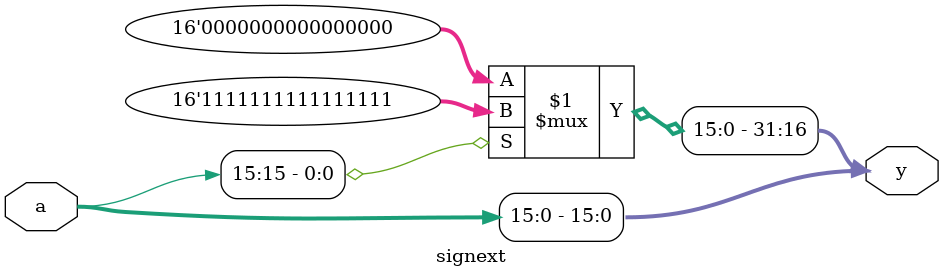
<source format=v>
`timescale 1ns / 1ps


module signext(
input [15:0] a,
output [31:0] y
    );
    assign y[15:0]=a;
    assign y[31:16]=a[15] ? 16'hffff : 16'h0000;
endmodule

</source>
